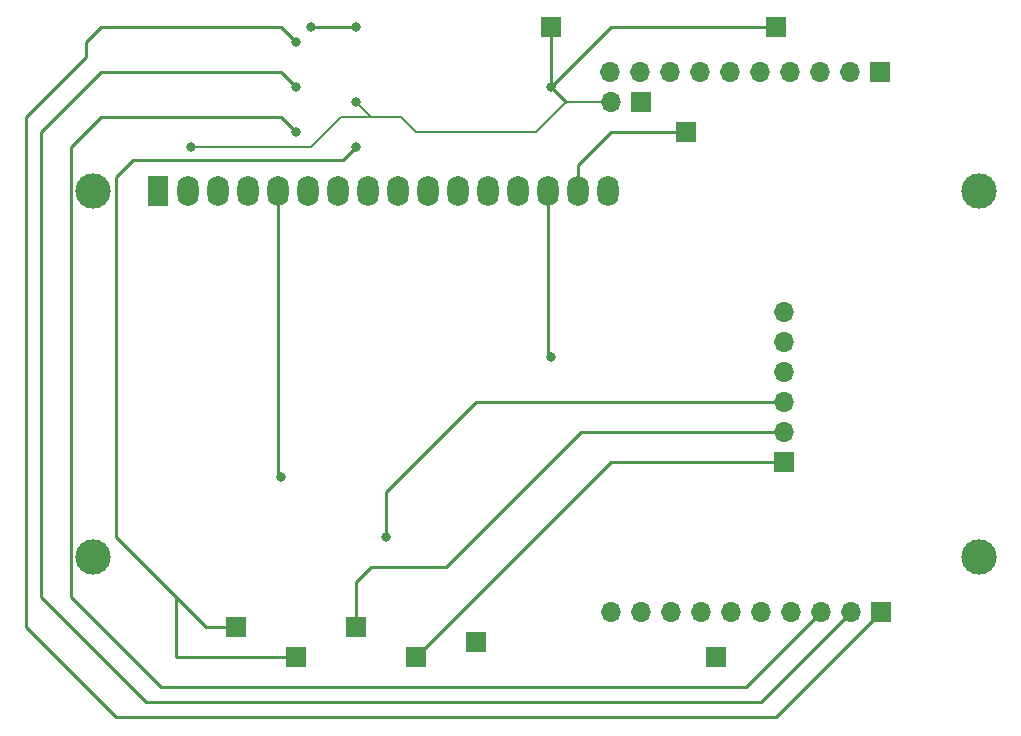
<source format=gbr>
%TF.GenerationSoftware,KiCad,Pcbnew,(6.0.4-0)*%
%TF.CreationDate,2022-04-21T19:16:38-04:00*%
%TF.ProjectId,msp_stuff,6d73705f-7374-4756-9666-2e6b69636164,rev?*%
%TF.SameCoordinates,Original*%
%TF.FileFunction,Copper,L2,Bot*%
%TF.FilePolarity,Positive*%
%FSLAX46Y46*%
G04 Gerber Fmt 4.6, Leading zero omitted, Abs format (unit mm)*
G04 Created by KiCad (PCBNEW (6.0.4-0)) date 2022-04-21 19:16:38*
%MOMM*%
%LPD*%
G01*
G04 APERTURE LIST*
%TA.AperFunction,ComponentPad*%
%ADD10R,1.700000X1.700000*%
%TD*%
%TA.AperFunction,ComponentPad*%
%ADD11O,1.700000X1.700000*%
%TD*%
%TA.AperFunction,ComponentPad*%
%ADD12C,3.000000*%
%TD*%
%TA.AperFunction,ComponentPad*%
%ADD13R,1.800000X2.600000*%
%TD*%
%TA.AperFunction,ComponentPad*%
%ADD14O,1.800000X2.600000*%
%TD*%
%TA.AperFunction,ViaPad*%
%ADD15C,0.800000*%
%TD*%
%TA.AperFunction,Conductor*%
%ADD16C,0.200000*%
%TD*%
%TA.AperFunction,Conductor*%
%ADD17C,0.250000*%
%TD*%
G04 APERTURE END LIST*
D10*
%TO.P,REF\u002A\u002A,1*%
%TO.N,Net-(U1-Pad4)*%
X153640000Y-100330000D03*
D11*
%TO.P,REF\u002A\u002A,2*%
%TO.N,Net-(U1-Pad6)*%
X151100000Y-100330000D03*
%TO.P,REF\u002A\u002A,3*%
%TO.N,N/C*%
X148560000Y-100330000D03*
%TO.P,REF\u002A\u002A,4*%
%TO.N,Net-(U1-Pad11)*%
X146020000Y-100330000D03*
%TO.P,REF\u002A\u002A,5*%
%TO.N,Net-(U1-Pad12)*%
X143480000Y-100330000D03*
%TO.P,REF\u002A\u002A,6*%
%TO.N,Net-(U1-Pad13)*%
X140940000Y-100330000D03*
%TO.P,REF\u002A\u002A,7*%
%TO.N,N/C*%
X138400000Y-100330000D03*
%TO.P,REF\u002A\u002A,8*%
X135860000Y-100330000D03*
%TO.P,REF\u002A\u002A,9*%
X133320000Y-100330000D03*
%TO.P,REF\u002A\u002A,10*%
%TO.N,+BATT*%
X130780000Y-100330000D03*
%TD*%
D10*
%TO.P,REF\u002A\u002A,1*%
%TO.N,+BATT*%
X114300000Y-149860000D03*
%TD*%
%TO.P,REF\u002A\u002A,1*%
%TO.N,Net-(R3-Pad1)*%
X153670000Y-146050000D03*
D11*
%TO.P,REF\u002A\u002A,2*%
%TO.N,Net-(R2-Pad1)*%
X151130000Y-146050000D03*
%TO.P,REF\u002A\u002A,3*%
%TO.N,Net-(R1-Pad1)*%
X148590000Y-146050000D03*
%TO.P,REF\u002A\u002A,4*%
%TO.N,N/C*%
X146050000Y-146050000D03*
%TO.P,REF\u002A\u002A,5*%
X143510000Y-146050000D03*
%TO.P,REF\u002A\u002A,6*%
X140970000Y-146050000D03*
%TO.P,REF\u002A\u002A,7*%
%TO.N,Net-(U1-Pad14)*%
X138430000Y-146050000D03*
%TO.P,REF\u002A\u002A,8*%
%TO.N,N/C*%
X135890000Y-146050000D03*
%TO.P,REF\u002A\u002A,9*%
X133350000Y-146050000D03*
%TO.P,REF\u002A\u002A,10*%
%TO.N,GND*%
X130810000Y-146050000D03*
%TD*%
D10*
%TO.P,REF\u002A\u002A,1*%
%TO.N,+BATT*%
X145460000Y-133325000D03*
D11*
%TO.P,REF\u002A\u002A,2*%
X145460000Y-130785000D03*
%TO.P,REF\u002A\u002A,3*%
%TO.N,GND*%
X145460000Y-128245000D03*
%TO.P,REF\u002A\u002A,4*%
%TO.N,N/C*%
X145460000Y-125705000D03*
%TO.P,REF\u002A\u002A,5*%
X145460000Y-123165000D03*
%TO.P,REF\u002A\u002A,6*%
X145460000Y-120625000D03*
%TD*%
D12*
%TO.P,U1,*%
%TO.N,*%
X86960900Y-141373200D03*
X86960900Y-110372500D03*
X161959480Y-141373200D03*
X161960000Y-110372500D03*
D13*
%TO.P,U1,1,VSS*%
%TO.N,GND*%
X92460000Y-110372500D03*
D14*
%TO.P,U1,2,VDD*%
%TO.N,N/C*%
X95000000Y-110372500D03*
%TO.P,U1,3,Vo*%
%TO.N,Net-(RV1-Pad2)*%
X97540000Y-110372500D03*
%TO.P,U1,4,RS*%
%TO.N,Net-(U1-Pad4)*%
X100080000Y-110372500D03*
%TO.P,U1,5,R/~{W}*%
%TO.N,GND*%
X102620000Y-110372500D03*
%TO.P,U1,6,~{E}*%
%TO.N,Net-(U1-Pad6)*%
X105160000Y-110372500D03*
%TO.P,U1,7,DB0*%
%TO.N,unconnected-(U1-Pad7)*%
X107700000Y-110372500D03*
%TO.P,U1,8,DB1*%
%TO.N,unconnected-(U1-Pad8)*%
X110240000Y-110372500D03*
%TO.P,U1,9,DB2*%
%TO.N,unconnected-(U1-Pad9)*%
X112780000Y-110372500D03*
%TO.P,U1,10,DB3*%
%TO.N,unconnected-(U1-Pad10)*%
X115320000Y-110372500D03*
%TO.P,U1,11,DB4*%
%TO.N,Net-(U1-Pad11)*%
X117860000Y-110372500D03*
%TO.P,U1,12,DB5*%
%TO.N,Net-(U1-Pad12)*%
X120400000Y-110372500D03*
%TO.P,U1,13,DB6*%
%TO.N,Net-(U1-Pad13)*%
X122940000Y-110372500D03*
%TO.P,U1,14,DB7*%
%TO.N,Net-(U1-Pad14)*%
X125480000Y-110372500D03*
%TO.P,U1,15,A/VEE*%
%TO.N,+BATT*%
X128020000Y-110372500D03*
%TO.P,U1,16,K*%
%TO.N,GND*%
X130560000Y-110372500D03*
%TD*%
D10*
%TO.P,REF\u002A\u002A,1*%
%TO.N,N/C*%
X125730000Y-96520000D03*
%TD*%
%TO.P,REF\u002A\u002A,1*%
%TO.N,N/C*%
X144780000Y-96520000D03*
%TD*%
%TO.P,REF\u002A\u002A,1*%
%TO.N,GND*%
X133350000Y-102845000D03*
D11*
%TO.P,REF\u002A\u002A,2*%
%TO.N,N/C*%
X130810000Y-102845000D03*
%TD*%
D10*
%TO.P,REF\u002A\u002A,1*%
%TO.N,+BATT*%
X109220000Y-147320000D03*
%TD*%
%TO.P,REF\u002A\u002A,1*%
%TO.N,+BATT*%
X104140000Y-149860000D03*
%TD*%
%TO.P,REF\u002A\u002A,1*%
%TO.N,GND*%
X119380000Y-148590000D03*
%TD*%
%TO.P,REF\u002A\u002A,1*%
%TO.N,+BATT*%
X99060000Y-147320000D03*
%TD*%
%TO.P,REF\u002A\u002A,1*%
%TO.N,GND*%
X139700000Y-149860000D03*
%TD*%
%TO.P,REF\u002A\u002A,1*%
%TO.N,+BATT*%
X137160000Y-105410000D03*
%TD*%
D15*
%TO.N,*%
X125730000Y-101600000D03*
X109220000Y-102870000D03*
X95250000Y-106680000D03*
%TO.N,GND*%
X102870000Y-134620000D03*
X109220000Y-96520000D03*
X105410000Y-96520000D03*
X111760000Y-139700000D03*
%TO.N,+BATT*%
X109220000Y-106680000D03*
%TO.N,Net-(U1-Pad14)*%
X125730000Y-124460000D03*
%TO.N,Net-(R1-Pad1)*%
X104140000Y-105410000D03*
%TO.N,Net-(R2-Pad1)*%
X104140000Y-101600000D03*
%TO.N,Net-(R3-Pad1)*%
X104140000Y-97790000D03*
%TD*%
D16*
%TO.N,*%
X113030000Y-104140000D02*
X110490000Y-104140000D01*
D17*
X125730000Y-101600000D02*
X125730000Y-96520000D01*
D16*
X113030000Y-104140000D02*
X114300000Y-105410000D01*
D17*
X127000000Y-102870000D02*
X125730000Y-101600000D01*
D16*
X114300000Y-105410000D02*
X123190000Y-105410000D01*
X110490000Y-104140000D02*
X109220000Y-102870000D01*
X107950000Y-104140000D02*
X105410000Y-106680000D01*
X130810000Y-102845000D02*
X127025000Y-102845000D01*
X124460000Y-105410000D02*
X127000000Y-102870000D01*
D17*
X144780000Y-96520000D02*
X130810000Y-96520000D01*
D16*
X105410000Y-106680000D02*
X95250000Y-106680000D01*
X127025000Y-102845000D02*
X127000000Y-102870000D01*
D17*
X130810000Y-96520000D02*
X125730000Y-101600000D01*
D16*
X110490000Y-104140000D02*
X107950000Y-104140000D01*
X123190000Y-105410000D02*
X124460000Y-105410000D01*
D17*
%TO.N,GND*%
X102620000Y-134370000D02*
X102870000Y-134620000D01*
X102620000Y-110372500D02*
X102620000Y-134370000D01*
X109220000Y-96520000D02*
X105410000Y-96520000D01*
X145460000Y-128245000D02*
X119405000Y-128245000D01*
X119405000Y-128245000D02*
X111760000Y-135890000D01*
X111760000Y-135890000D02*
X111760000Y-139700000D01*
%TO.N,+BATT*%
X88900000Y-139700000D02*
X88900000Y-109220000D01*
X128020000Y-110372500D02*
X128020000Y-108200000D01*
X130810000Y-105410000D02*
X137160000Y-105410000D01*
X109220000Y-147320000D02*
X109220000Y-143510000D01*
X90353750Y-107766250D02*
X108133750Y-107766250D01*
X130835000Y-133325000D02*
X145460000Y-133325000D01*
X108133750Y-107766250D02*
X109220000Y-106680000D01*
X93980000Y-149860000D02*
X100330000Y-149860000D01*
X114300000Y-149860000D02*
X130835000Y-133325000D01*
X93980000Y-144780000D02*
X88900000Y-139700000D01*
X100330000Y-149860000D02*
X104140000Y-149860000D01*
X128295000Y-130785000D02*
X145460000Y-130785000D01*
X116840000Y-142240000D02*
X128295000Y-130785000D01*
X109220000Y-143510000D02*
X110490000Y-142240000D01*
X93980000Y-144780000D02*
X96520000Y-147320000D01*
X128020000Y-108200000D02*
X130810000Y-105410000D01*
X96520000Y-147320000D02*
X99060000Y-147320000D01*
X88900000Y-109220000D02*
X90353750Y-107766250D01*
X110490000Y-142240000D02*
X116840000Y-142240000D01*
X93980000Y-144780000D02*
X93980000Y-149860000D01*
%TO.N,Net-(U1-Pad14)*%
X125480000Y-124210000D02*
X125730000Y-124460000D01*
X125480000Y-110372500D02*
X125480000Y-124210000D01*
%TO.N,Net-(R1-Pad1)*%
X87630000Y-104140000D02*
X102870000Y-104140000D01*
X92710000Y-152400000D02*
X85090000Y-144780000D01*
X85090000Y-106680000D02*
X87630000Y-104140000D01*
X102870000Y-104140000D02*
X104140000Y-105410000D01*
X85090000Y-144780000D02*
X85090000Y-106680000D01*
X148590000Y-146050000D02*
X142240000Y-152400000D01*
X142240000Y-152400000D02*
X92710000Y-152400000D01*
%TO.N,Net-(R2-Pad1)*%
X82550000Y-144780000D02*
X82550000Y-105410000D01*
X91440000Y-153670000D02*
X82550000Y-144780000D01*
X102870000Y-100330000D02*
X104140000Y-101600000D01*
X87630000Y-100330000D02*
X102870000Y-100330000D01*
X82550000Y-105410000D02*
X87630000Y-100330000D01*
X151130000Y-146050000D02*
X143510000Y-153670000D01*
X143510000Y-153670000D02*
X91440000Y-153670000D01*
%TO.N,Net-(R3-Pad1)*%
X81280000Y-104140000D02*
X81280000Y-147320000D01*
X86360000Y-99060000D02*
X81280000Y-104140000D01*
X102870000Y-96520000D02*
X104140000Y-97790000D01*
X87630000Y-96520000D02*
X102870000Y-96520000D01*
X86360000Y-99060000D02*
X86360000Y-97790000D01*
X86360000Y-97790000D02*
X87630000Y-96520000D01*
X88900000Y-154940000D02*
X144780000Y-154940000D01*
X144780000Y-154940000D02*
X153670000Y-146050000D01*
X81280000Y-147320000D02*
X88900000Y-154940000D01*
%TD*%
M02*

</source>
